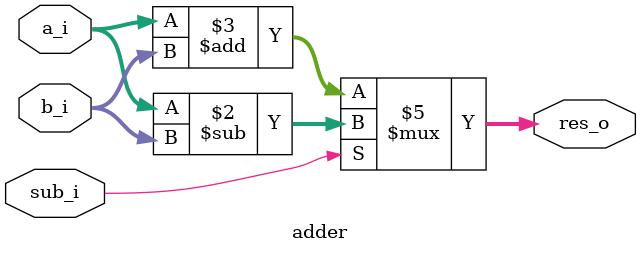
<source format=sv>


module adder (
    input   logic         sub_i,
    input   logic [15:0]  a_i,
    input   logic [15:0]  b_i,
    output  logic [15:0]  res_o
  );

  always_comb begin
    res_o = 16'd0;

    if (sub_i) begin
      res_o = a_i - b_i;
    end
    else begin
      res_o = a_i + b_i;
    end
  end

endmodule
</source>
